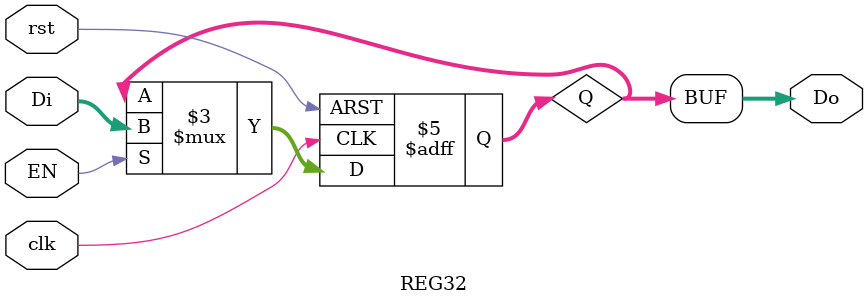
<source format=v>
`timescale 1ns / 1ps
module REG32(input clk,
				input [31:0] Di,
				input rst,
				input EN,
				output [31:0] Do
						);
	reg [31:0] Q;
	assign Do = Q;
	always @ (posedge clk or posedge rst)begin
		if(rst) Q <= 0;
		else if(EN) Q <= Di;
		else Q <= Q;
	end
endmodule

</source>
